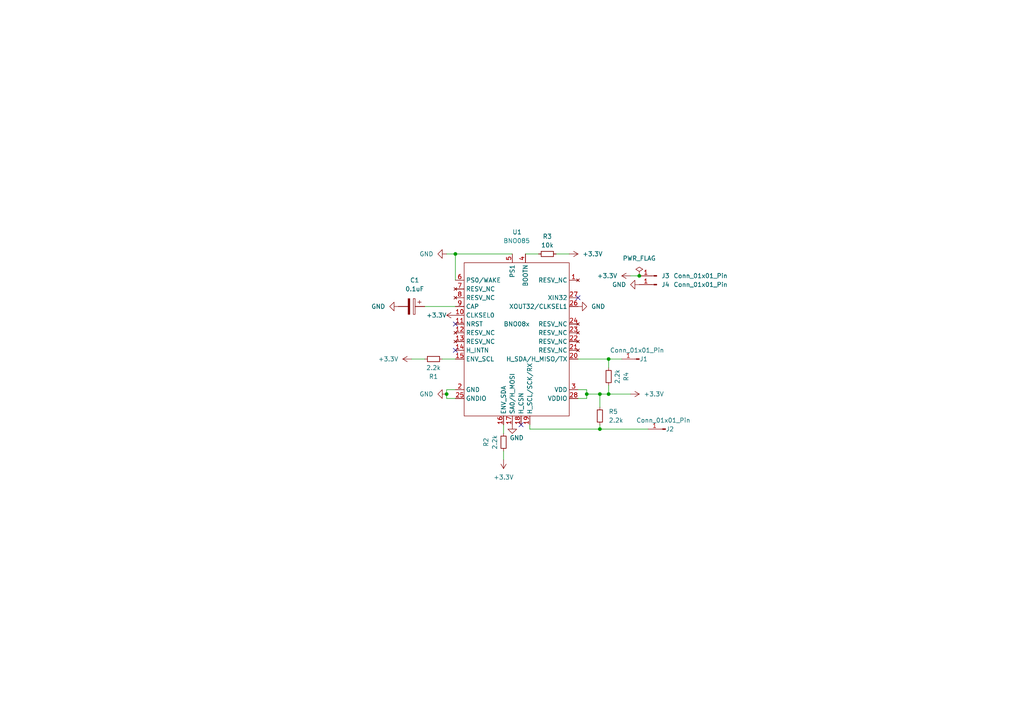
<source format=kicad_sch>
(kicad_sch (version 20230121) (generator eeschema)

  (uuid 65945718-ecdd-4a51-8bb6-fdef4c66336c)

  (paper "A4")

  (lib_symbols
    (symbol "BNO08x:BNO085" (in_bom yes) (on_board yes)
      (property "Reference" "U" (at 0 26.67 0)
        (effects (font (size 1.27 1.27)))
      )
      (property "Value" "" (at 0 0 0)
        (effects (font (size 1.27 1.27)))
      )
      (property "Footprint" "" (at 0 0 0)
        (effects (font (size 1.27 1.27)) hide)
      )
      (property "Datasheet" "" (at 0 0 0)
        (effects (font (size 1.27 1.27)) hide)
      )
      (symbol "BNO085_0_1"
        (rectangle (start -15.24 17.78) (end 15.24 -26.67)
          (stroke (width 0) (type default))
          (fill (type none))
        )
      )
      (symbol "BNO085_1_1"
        (text "BNO085" (at 0 24.13 0)
          (effects (font (size 1.27 1.27) (color 0 115 115 1)))
        )
        (pin no_connect line (at 17.78 12.7 180) (length 2.54)
          (name "RESV_NC" (effects (font (size 1.27 1.27))))
          (number "1" (effects (font (size 1.27 1.27))))
        )
        (pin input line (at -17.78 2.54 0) (length 2.54)
          (name "CLKSEL0" (effects (font (size 1.27 1.27))))
          (number "10" (effects (font (size 1.27 1.27))))
        )
        (pin input line (at -17.78 0 0) (length 2.54)
          (name "NRST" (effects (font (size 1.27 1.27))))
          (number "11" (effects (font (size 1.27 1.27))))
        )
        (pin no_connect line (at -17.78 -2.54 0) (length 2.54)
          (name "RESV_NC" (effects (font (size 1.27 1.27))))
          (number "12" (effects (font (size 1.27 1.27))))
        )
        (pin no_connect line (at -17.78 -5.08 0) (length 2.54)
          (name "RESV_NC" (effects (font (size 1.27 1.27))))
          (number "13" (effects (font (size 1.27 1.27))))
        )
        (pin output line (at -17.78 -7.62 0) (length 2.54)
          (name "H_INTN" (effects (font (size 1.27 1.27))))
          (number "14" (effects (font (size 1.27 1.27))))
        )
        (pin bidirectional line (at -17.78 -10.16 0) (length 2.54)
          (name "ENV_SCL" (effects (font (size 1.27 1.27))))
          (number "15" (effects (font (size 1.27 1.27))))
        )
        (pin bidirectional line (at -3.81 -29.21 90) (length 2.54)
          (name "ENV_SDA" (effects (font (size 1.27 1.27))))
          (number "16" (effects (font (size 1.27 1.27))))
        )
        (pin input line (at -1.27 -29.21 90) (length 2.54)
          (name "SA0/H_MOSI" (effects (font (size 1.27 1.27))))
          (number "17" (effects (font (size 1.27 1.27))))
        )
        (pin input line (at 1.27 -29.21 90) (length 2.54)
          (name "H_CSN" (effects (font (size 1.27 1.27))))
          (number "18" (effects (font (size 1.27 1.27))))
        )
        (pin bidirectional line (at 3.81 -29.21 90) (length 2.54)
          (name "H_SCL/SCK/RX" (effects (font (size 1.27 1.27))))
          (number "19" (effects (font (size 1.27 1.27))))
        )
        (pin input line (at -17.78 -19.05 0) (length 2.54)
          (name "GND" (effects (font (size 1.27 1.27))))
          (number "2" (effects (font (size 1.27 1.27))))
        )
        (pin bidirectional line (at 17.78 -10.16 180) (length 2.54)
          (name "H_SDA/H_MISO/TX" (effects (font (size 1.27 1.27))))
          (number "20" (effects (font (size 1.27 1.27))))
        )
        (pin no_connect line (at 17.78 -7.62 180) (length 2.54)
          (name "RESV_NC" (effects (font (size 1.27 1.27))))
          (number "21" (effects (font (size 1.27 1.27))))
        )
        (pin no_connect line (at 17.78 -5.08 180) (length 2.54)
          (name "RESV_NC" (effects (font (size 1.27 1.27))))
          (number "22" (effects (font (size 1.27 1.27))))
        )
        (pin no_connect line (at 17.78 -2.54 180) (length 2.54)
          (name "RESV_NC" (effects (font (size 1.27 1.27))))
          (number "23" (effects (font (size 1.27 1.27))))
        )
        (pin no_connect line (at 17.78 0 180) (length 2.54)
          (name "RESV_NC" (effects (font (size 1.27 1.27))))
          (number "24" (effects (font (size 1.27 1.27))))
        )
        (pin input line (at -17.78 -21.59 0) (length 2.54)
          (name "GNDIO" (effects (font (size 1.27 1.27))))
          (number "25" (effects (font (size 1.27 1.27))))
        )
        (pin input line (at 17.78 5.08 180) (length 2.54)
          (name "XOUT32/CLKSEL1" (effects (font (size 1.27 1.27))))
          (number "26" (effects (font (size 1.27 1.27))))
        )
        (pin input line (at 17.78 7.62 180) (length 2.54)
          (name "XIN32" (effects (font (size 1.27 1.27))))
          (number "27" (effects (font (size 1.27 1.27))))
        )
        (pin power_in line (at 17.78 -21.59 180) (length 2.54)
          (name "VDDIO" (effects (font (size 1.27 1.27))))
          (number "28" (effects (font (size 1.27 1.27))))
        )
        (pin power_in line (at 17.78 -19.05 180) (length 2.54)
          (name "VDD" (effects (font (size 1.27 1.27))))
          (number "3" (effects (font (size 1.27 1.27))))
        )
        (pin input line (at 2.54 20.32 270) (length 2.54)
          (name "BOOTN" (effects (font (size 1.27 1.27))))
          (number "4" (effects (font (size 1.27 1.27))))
        )
        (pin input line (at -1.27 20.32 270) (length 2.54)
          (name "PS1" (effects (font (size 1.27 1.27))))
          (number "5" (effects (font (size 1.27 1.27))))
        )
        (pin input line (at -17.78 12.7 0) (length 2.54)
          (name "PS0/WAKE" (effects (font (size 1.27 1.27))))
          (number "6" (effects (font (size 1.27 1.27))))
        )
        (pin no_connect line (at -17.78 10.16 0) (length 2.54)
          (name "RESV_NC" (effects (font (size 1.27 1.27))))
          (number "7" (effects (font (size 1.27 1.27))))
        )
        (pin no_connect line (at -17.78 7.62 0) (length 2.54)
          (name "RESV_NC" (effects (font (size 1.27 1.27))))
          (number "8" (effects (font (size 1.27 1.27))))
        )
        (pin input line (at -17.78 5.08 0) (length 2.54)
          (name "CAP" (effects (font (size 1.27 1.27))))
          (number "9" (effects (font (size 1.27 1.27))))
        )
      )
    )
    (symbol "Connector:Conn_01x01_Pin" (pin_names (offset 1.016) hide) (in_bom yes) (on_board yes)
      (property "Reference" "J" (at 0 2.54 0)
        (effects (font (size 1.27 1.27)))
      )
      (property "Value" "Conn_01x01_Pin" (at 0 -2.54 0)
        (effects (font (size 1.27 1.27)))
      )
      (property "Footprint" "" (at 0 0 0)
        (effects (font (size 1.27 1.27)) hide)
      )
      (property "Datasheet" "~" (at 0 0 0)
        (effects (font (size 1.27 1.27)) hide)
      )
      (property "ki_locked" "" (at 0 0 0)
        (effects (font (size 1.27 1.27)))
      )
      (property "ki_keywords" "connector" (at 0 0 0)
        (effects (font (size 1.27 1.27)) hide)
      )
      (property "ki_description" "Generic connector, single row, 01x01, script generated" (at 0 0 0)
        (effects (font (size 1.27 1.27)) hide)
      )
      (property "ki_fp_filters" "Connector*:*_1x??_*" (at 0 0 0)
        (effects (font (size 1.27 1.27)) hide)
      )
      (symbol "Conn_01x01_Pin_1_1"
        (polyline
          (pts
            (xy 1.27 0)
            (xy 0.8636 0)
          )
          (stroke (width 0.1524) (type default))
          (fill (type none))
        )
        (rectangle (start 0.8636 0.127) (end 0 -0.127)
          (stroke (width 0.1524) (type default))
          (fill (type outline))
        )
        (pin passive line (at 5.08 0 180) (length 3.81)
          (name "Pin_1" (effects (font (size 1.27 1.27))))
          (number "1" (effects (font (size 1.27 1.27))))
        )
      )
    )
    (symbol "Device:C_Polarized" (pin_numbers hide) (pin_names (offset 0.254)) (in_bom yes) (on_board yes)
      (property "Reference" "C" (at 0.635 2.54 0)
        (effects (font (size 1.27 1.27)) (justify left))
      )
      (property "Value" "C_Polarized" (at 0.635 -2.54 0)
        (effects (font (size 1.27 1.27)) (justify left))
      )
      (property "Footprint" "" (at 0.9652 -3.81 0)
        (effects (font (size 1.27 1.27)) hide)
      )
      (property "Datasheet" "~" (at 0 0 0)
        (effects (font (size 1.27 1.27)) hide)
      )
      (property "ki_keywords" "cap capacitor" (at 0 0 0)
        (effects (font (size 1.27 1.27)) hide)
      )
      (property "ki_description" "Polarized capacitor" (at 0 0 0)
        (effects (font (size 1.27 1.27)) hide)
      )
      (property "ki_fp_filters" "CP_*" (at 0 0 0)
        (effects (font (size 1.27 1.27)) hide)
      )
      (symbol "C_Polarized_0_1"
        (rectangle (start -2.286 0.508) (end 2.286 1.016)
          (stroke (width 0) (type default))
          (fill (type none))
        )
        (polyline
          (pts
            (xy -1.778 2.286)
            (xy -0.762 2.286)
          )
          (stroke (width 0) (type default))
          (fill (type none))
        )
        (polyline
          (pts
            (xy -1.27 2.794)
            (xy -1.27 1.778)
          )
          (stroke (width 0) (type default))
          (fill (type none))
        )
        (rectangle (start 2.286 -0.508) (end -2.286 -1.016)
          (stroke (width 0) (type default))
          (fill (type outline))
        )
      )
      (symbol "C_Polarized_1_1"
        (pin passive line (at 0 3.81 270) (length 2.794)
          (name "~" (effects (font (size 1.27 1.27))))
          (number "1" (effects (font (size 1.27 1.27))))
        )
        (pin passive line (at 0 -3.81 90) (length 2.794)
          (name "~" (effects (font (size 1.27 1.27))))
          (number "2" (effects (font (size 1.27 1.27))))
        )
      )
    )
    (symbol "Device:R_Small" (pin_numbers hide) (pin_names (offset 0.254) hide) (in_bom yes) (on_board yes)
      (property "Reference" "R" (at 0.762 0.508 0)
        (effects (font (size 1.27 1.27)) (justify left))
      )
      (property "Value" "R_Small" (at 0.762 -1.016 0)
        (effects (font (size 1.27 1.27)) (justify left))
      )
      (property "Footprint" "" (at 0 0 0)
        (effects (font (size 1.27 1.27)) hide)
      )
      (property "Datasheet" "~" (at 0 0 0)
        (effects (font (size 1.27 1.27)) hide)
      )
      (property "ki_keywords" "R resistor" (at 0 0 0)
        (effects (font (size 1.27 1.27)) hide)
      )
      (property "ki_description" "Resistor, small symbol" (at 0 0 0)
        (effects (font (size 1.27 1.27)) hide)
      )
      (property "ki_fp_filters" "R_*" (at 0 0 0)
        (effects (font (size 1.27 1.27)) hide)
      )
      (symbol "R_Small_0_1"
        (rectangle (start -0.762 1.778) (end 0.762 -1.778)
          (stroke (width 0.2032) (type default))
          (fill (type none))
        )
      )
      (symbol "R_Small_1_1"
        (pin passive line (at 0 2.54 270) (length 0.762)
          (name "~" (effects (font (size 1.27 1.27))))
          (number "1" (effects (font (size 1.27 1.27))))
        )
        (pin passive line (at 0 -2.54 90) (length 0.762)
          (name "~" (effects (font (size 1.27 1.27))))
          (number "2" (effects (font (size 1.27 1.27))))
        )
      )
    )
    (symbol "power:+3.3V" (power) (pin_names (offset 0)) (in_bom yes) (on_board yes)
      (property "Reference" "#PWR" (at 0 -3.81 0)
        (effects (font (size 1.27 1.27)) hide)
      )
      (property "Value" "+3.3V" (at 0 3.556 0)
        (effects (font (size 1.27 1.27)))
      )
      (property "Footprint" "" (at 0 0 0)
        (effects (font (size 1.27 1.27)) hide)
      )
      (property "Datasheet" "" (at 0 0 0)
        (effects (font (size 1.27 1.27)) hide)
      )
      (property "ki_keywords" "global power" (at 0 0 0)
        (effects (font (size 1.27 1.27)) hide)
      )
      (property "ki_description" "Power symbol creates a global label with name \"+3.3V\"" (at 0 0 0)
        (effects (font (size 1.27 1.27)) hide)
      )
      (symbol "+3.3V_0_1"
        (polyline
          (pts
            (xy -0.762 1.27)
            (xy 0 2.54)
          )
          (stroke (width 0) (type default))
          (fill (type none))
        )
        (polyline
          (pts
            (xy 0 0)
            (xy 0 2.54)
          )
          (stroke (width 0) (type default))
          (fill (type none))
        )
        (polyline
          (pts
            (xy 0 2.54)
            (xy 0.762 1.27)
          )
          (stroke (width 0) (type default))
          (fill (type none))
        )
      )
      (symbol "+3.3V_1_1"
        (pin power_in line (at 0 0 90) (length 0) hide
          (name "+3.3V" (effects (font (size 1.27 1.27))))
          (number "1" (effects (font (size 1.27 1.27))))
        )
      )
    )
    (symbol "power:GND" (power) (pin_names (offset 0)) (in_bom yes) (on_board yes)
      (property "Reference" "#PWR" (at 0 -6.35 0)
        (effects (font (size 1.27 1.27)) hide)
      )
      (property "Value" "GND" (at 0 -3.81 0)
        (effects (font (size 1.27 1.27)))
      )
      (property "Footprint" "" (at 0 0 0)
        (effects (font (size 1.27 1.27)) hide)
      )
      (property "Datasheet" "" (at 0 0 0)
        (effects (font (size 1.27 1.27)) hide)
      )
      (property "ki_keywords" "global power" (at 0 0 0)
        (effects (font (size 1.27 1.27)) hide)
      )
      (property "ki_description" "Power symbol creates a global label with name \"GND\" , ground" (at 0 0 0)
        (effects (font (size 1.27 1.27)) hide)
      )
      (symbol "GND_0_1"
        (polyline
          (pts
            (xy 0 0)
            (xy 0 -1.27)
            (xy 1.27 -1.27)
            (xy 0 -2.54)
            (xy -1.27 -1.27)
            (xy 0 -1.27)
          )
          (stroke (width 0) (type default))
          (fill (type none))
        )
      )
      (symbol "GND_1_1"
        (pin power_in line (at 0 0 270) (length 0) hide
          (name "GND" (effects (font (size 1.27 1.27))))
          (number "1" (effects (font (size 1.27 1.27))))
        )
      )
    )
    (symbol "power:PWR_FLAG" (power) (pin_numbers hide) (pin_names (offset 0) hide) (in_bom yes) (on_board yes)
      (property "Reference" "#FLG" (at 0 1.905 0)
        (effects (font (size 1.27 1.27)) hide)
      )
      (property "Value" "PWR_FLAG" (at 0 3.81 0)
        (effects (font (size 1.27 1.27)))
      )
      (property "Footprint" "" (at 0 0 0)
        (effects (font (size 1.27 1.27)) hide)
      )
      (property "Datasheet" "~" (at 0 0 0)
        (effects (font (size 1.27 1.27)) hide)
      )
      (property "ki_keywords" "flag power" (at 0 0 0)
        (effects (font (size 1.27 1.27)) hide)
      )
      (property "ki_description" "Special symbol for telling ERC where power comes from" (at 0 0 0)
        (effects (font (size 1.27 1.27)) hide)
      )
      (symbol "PWR_FLAG_0_0"
        (pin power_out line (at 0 0 90) (length 0)
          (name "pwr" (effects (font (size 1.27 1.27))))
          (number "1" (effects (font (size 1.27 1.27))))
        )
      )
      (symbol "PWR_FLAG_0_1"
        (polyline
          (pts
            (xy 0 0)
            (xy 0 1.27)
            (xy -1.016 1.905)
            (xy 0 2.54)
            (xy 1.016 1.905)
            (xy 0 1.27)
          )
          (stroke (width 0) (type default))
          (fill (type none))
        )
      )
    )
  )

  (junction (at 170.18 114.3) (diameter 0) (color 0 0 0 0)
    (uuid 398f67da-ab75-440e-870f-629c1f622cb3)
  )
  (junction (at 185.42 80.01) (diameter 0) (color 0 0 0 0)
    (uuid 70629230-498b-4175-96a3-e990f2e90bae)
  )
  (junction (at 132.08 73.66) (diameter 0) (color 0 0 0 0)
    (uuid 76aa4507-f1f9-404a-904e-63359afc7822)
  )
  (junction (at 173.99 124.46) (diameter 0) (color 0 0 0 0)
    (uuid 7776acac-5819-46eb-a1cb-7c39ef566c31)
  )
  (junction (at 173.99 114.3) (diameter 0) (color 0 0 0 0)
    (uuid 8fa9f592-d261-40ab-a30f-0f3fd3f83075)
  )
  (junction (at 176.53 104.14) (diameter 0) (color 0 0 0 0)
    (uuid 98f156e1-8919-4771-9c18-d6c38df5c33d)
  )
  (junction (at 176.53 114.3) (diameter 0) (color 0 0 0 0)
    (uuid d561c3a4-f38e-4268-a12b-615258ed010d)
  )
  (junction (at 129.54 114.3) (diameter 0) (color 0 0 0 0)
    (uuid f9b95a3c-3bcc-4b6d-81fd-5ce1988ccd42)
  )

  (no_connect (at 132.08 101.6) (uuid 25057aec-69d2-45a5-84af-e1942659287a))
  (no_connect (at 132.08 93.98) (uuid 6ff2c8b6-5333-415d-90b5-0f968664e8c7))
  (no_connect (at 167.64 86.36) (uuid 71cfebca-bcdc-431b-923c-39d1df624cac))
  (no_connect (at 151.13 123.19) (uuid e2ea40cb-ad33-46d4-9ef3-9965210c73c3))

  (wire (pts (xy 167.64 113.03) (xy 170.18 113.03))
    (stroke (width 0) (type default))
    (uuid 0eb51b77-d9b9-4662-a84d-620c3cf74f2b)
  )
  (wire (pts (xy 132.08 115.57) (xy 129.54 115.57))
    (stroke (width 0) (type default))
    (uuid 18c0e954-8428-4ed3-843b-aeb69056db00)
  )
  (wire (pts (xy 146.05 123.19) (xy 146.05 125.73))
    (stroke (width 0) (type default))
    (uuid 2ee9e5b7-7ba2-4ddc-825d-f4e0eafc9898)
  )
  (wire (pts (xy 176.53 104.14) (xy 180.34 104.14))
    (stroke (width 0) (type default))
    (uuid 36da716c-22a5-4428-bfc6-7296e5b45a89)
  )
  (wire (pts (xy 182.88 114.3) (xy 176.53 114.3))
    (stroke (width 0) (type default))
    (uuid 3ee380ce-d3c2-454d-95c4-9a565fddd6f5)
  )
  (wire (pts (xy 132.08 73.66) (xy 148.59 73.66))
    (stroke (width 0) (type default))
    (uuid 4afdc2ad-5188-4eb2-8c41-4ed72336b1b9)
  )
  (wire (pts (xy 173.99 123.19) (xy 173.99 124.46))
    (stroke (width 0) (type default))
    (uuid 4ff9a411-1939-4f78-b77a-526268f38b2f)
  )
  (wire (pts (xy 129.54 115.57) (xy 129.54 114.3))
    (stroke (width 0) (type default))
    (uuid 55368bfe-addb-476b-a7d4-0c55abd7da35)
  )
  (wire (pts (xy 161.29 73.66) (xy 165.1 73.66))
    (stroke (width 0) (type default))
    (uuid 63c03830-6b8a-4b7f-9de9-076bb220f9cc)
  )
  (wire (pts (xy 176.53 111.76) (xy 176.53 114.3))
    (stroke (width 0) (type default))
    (uuid 6970f0db-c1cd-496a-9d9e-303543ee0f87)
  )
  (wire (pts (xy 173.99 114.3) (xy 170.18 114.3))
    (stroke (width 0) (type default))
    (uuid 7402c3ab-f54e-409d-b5d1-28499cdc6c32)
  )
  (wire (pts (xy 119.38 104.14) (xy 123.19 104.14))
    (stroke (width 0) (type default))
    (uuid 75dc5c1f-64e4-4a07-9660-b2f18e77ff51)
  )
  (wire (pts (xy 129.54 73.66) (xy 132.08 73.66))
    (stroke (width 0) (type default))
    (uuid 797a344c-119d-475b-81b2-0dcaf2bc3910)
  )
  (wire (pts (xy 153.67 123.19) (xy 153.67 124.46))
    (stroke (width 0) (type default))
    (uuid 8c3cbaf5-40ec-4871-a354-75d585e8f5e8)
  )
  (wire (pts (xy 170.18 113.03) (xy 170.18 114.3))
    (stroke (width 0) (type default))
    (uuid 9159c68a-3dca-4e49-8592-dde54eaf0fd7)
  )
  (wire (pts (xy 176.53 104.14) (xy 176.53 106.68))
    (stroke (width 0) (type default))
    (uuid 97a16800-4124-4733-956c-85bde2be025c)
  )
  (wire (pts (xy 182.88 80.01) (xy 185.42 80.01))
    (stroke (width 0) (type default))
    (uuid ad8f9f9a-acea-451a-a0cb-371397b604d3)
  )
  (wire (pts (xy 129.54 113.03) (xy 129.54 114.3))
    (stroke (width 0) (type default))
    (uuid af7dfd16-0e19-4b94-8a8b-c4d39d3f339b)
  )
  (wire (pts (xy 123.19 88.9) (xy 132.08 88.9))
    (stroke (width 0) (type default))
    (uuid af864b0f-3b7c-4f97-b283-b9dfb351fd34)
  )
  (wire (pts (xy 167.64 104.14) (xy 176.53 104.14))
    (stroke (width 0) (type default))
    (uuid bba544c5-f2ee-4db0-baeb-5d840f25f833)
  )
  (wire (pts (xy 132.08 113.03) (xy 129.54 113.03))
    (stroke (width 0) (type default))
    (uuid ccb509f6-d7b8-4c65-b5cd-3b2a93b0afa1)
  )
  (wire (pts (xy 170.18 115.57) (xy 170.18 114.3))
    (stroke (width 0) (type default))
    (uuid cdbc5193-9944-44b7-8ea9-6801cd370a78)
  )
  (wire (pts (xy 153.67 124.46) (xy 173.99 124.46))
    (stroke (width 0) (type default))
    (uuid d0377e85-d670-431e-8ef0-793f1e2b6264)
  )
  (wire (pts (xy 128.27 104.14) (xy 132.08 104.14))
    (stroke (width 0) (type default))
    (uuid d1460467-c2a3-4de9-9f5c-71c099737b9b)
  )
  (wire (pts (xy 132.08 73.66) (xy 132.08 81.28))
    (stroke (width 0) (type default))
    (uuid d519d13c-39a1-4e35-992f-5da51320b062)
  )
  (wire (pts (xy 146.05 130.81) (xy 146.05 133.35))
    (stroke (width 0) (type default))
    (uuid e2072b4e-8577-4aa5-87f5-b02aa16e72a3)
  )
  (wire (pts (xy 173.99 114.3) (xy 173.99 118.11))
    (stroke (width 0) (type default))
    (uuid e819f83c-c217-4009-99e3-4a754e40d792)
  )
  (wire (pts (xy 173.99 124.46) (xy 187.96 124.46))
    (stroke (width 0) (type default))
    (uuid eb6c04f1-a017-4395-adf5-12408164c8cb)
  )
  (wire (pts (xy 176.53 114.3) (xy 173.99 114.3))
    (stroke (width 0) (type default))
    (uuid f020a3ab-90d5-4647-a0e0-d28f1d06bb83)
  )
  (wire (pts (xy 167.64 115.57) (xy 170.18 115.57))
    (stroke (width 0) (type default))
    (uuid f23b47ef-6793-4ba9-8d98-09740cbb9c64)
  )
  (wire (pts (xy 152.4 73.66) (xy 156.21 73.66))
    (stroke (width 0) (type default))
    (uuid f78126ed-9f9c-4e7a-a461-b349089d2fed)
  )

  (symbol (lib_id "Device:C_Polarized") (at 119.38 88.9 270) (unit 1)
    (in_bom yes) (on_board yes) (dnp no) (fields_autoplaced)
    (uuid 137723c8-a4e2-4fa1-a734-1993453db8de)
    (property "Reference" "C1" (at 120.269 81.28 90)
      (effects (font (size 1.27 1.27)))
    )
    (property "Value" "0.1uF" (at 120.269 83.82 90)
      (effects (font (size 1.27 1.27)))
    )
    (property "Footprint" "Capacitor_SMD:C_0402_1005Metric" (at 115.57 89.8652 0)
      (effects (font (size 1.27 1.27)) hide)
    )
    (property "Datasheet" "~" (at 119.38 88.9 0)
      (effects (font (size 1.27 1.27)) hide)
    )
    (pin "1" (uuid 86e50b03-59bc-43c1-9beb-7d7816912422))
    (pin "2" (uuid 637d5b7e-f1a2-4179-a53b-b07e168e8ced))
    (instances
      (project "bno085-i2c-board-v3-large"
        (path "/65945718-ecdd-4a51-8bb6-fdef4c66336c"
          (reference "C1") (unit 1)
        )
      )
      (project "bno085-i2c-board-v3"
        (path "/91467fd9-c59b-4cd8-a593-aab0738bbb6c"
          (reference "C1") (unit 1)
        )
      )
      (project "bno085-i2c-board-v2"
        (path "/9217d116-cf40-485a-abd0-8ce710fa4b1d"
          (reference "C1") (unit 1)
        )
      )
      (project "bno085-i2c-board"
        (path "/a6bdf641-e64e-4bd0-89ab-89241b3a6e60"
          (reference "C1") (unit 1)
        )
      )
    )
  )

  (symbol (lib_id "power:PWR_FLAG") (at 185.42 80.01 0) (unit 1)
    (in_bom yes) (on_board yes) (dnp no) (fields_autoplaced)
    (uuid 14631c68-e945-4193-b457-3a05b847f142)
    (property "Reference" "#FLG01" (at 185.42 78.105 0)
      (effects (font (size 1.27 1.27)) hide)
    )
    (property "Value" "PWR_FLAG" (at 185.42 74.93 0)
      (effects (font (size 1.27 1.27)))
    )
    (property "Footprint" "" (at 185.42 80.01 0)
      (effects (font (size 1.27 1.27)) hide)
    )
    (property "Datasheet" "~" (at 185.42 80.01 0)
      (effects (font (size 1.27 1.27)) hide)
    )
    (pin "1" (uuid 41e54507-e2f8-478a-9895-0081b8394f1e))
    (instances
      (project "bno085-i2c-board-v3-large"
        (path "/65945718-ecdd-4a51-8bb6-fdef4c66336c"
          (reference "#FLG01") (unit 1)
        )
      )
      (project "bno085-i2c-board-v3"
        (path "/91467fd9-c59b-4cd8-a593-aab0738bbb6c"
          (reference "#FLG01") (unit 1)
        )
      )
      (project "bno085-i2c-board-v2"
        (path "/9217d116-cf40-485a-abd0-8ce710fa4b1d"
          (reference "#FLG01") (unit 1)
        )
      )
      (project "bno085-i2c-board"
        (path "/a6bdf641-e64e-4bd0-89ab-89241b3a6e60"
          (reference "#FLG01") (unit 1)
        )
      )
    )
  )

  (symbol (lib_id "Connector:Conn_01x01_Pin") (at 185.42 104.14 180) (unit 1)
    (in_bom yes) (on_board yes) (dnp no)
    (uuid 19850a02-9e92-452c-bb73-a97d4900bb77)
    (property "Reference" "J1" (at 186.69 104.14 0)
      (effects (font (size 1.27 1.27)))
    )
    (property "Value" "Conn_01x01_Pin" (at 184.785 101.6 0)
      (effects (font (size 1.27 1.27)))
    )
    (property "Footprint" "Connector_PinHeader_1.00mm:PinHeader_1x01_P1.00mm_Vertical" (at 185.42 104.14 0)
      (effects (font (size 1.27 1.27)) hide)
    )
    (property "Datasheet" "~" (at 185.42 104.14 0)
      (effects (font (size 1.27 1.27)) hide)
    )
    (pin "1" (uuid a3216da6-85d4-4433-b4cc-5ae2031156d0))
    (instances
      (project "bno085-i2c-board-v3-large"
        (path "/65945718-ecdd-4a51-8bb6-fdef4c66336c"
          (reference "J1") (unit 1)
        )
      )
      (project "bno085-i2c-board-v3"
        (path "/91467fd9-c59b-4cd8-a593-aab0738bbb6c"
          (reference "J1") (unit 1)
        )
      )
      (project "bno085-i2c-board-v2"
        (path "/9217d116-cf40-485a-abd0-8ce710fa4b1d"
          (reference "J3") (unit 1)
        )
      )
    )
  )

  (symbol (lib_id "power:GND") (at 129.54 114.3 270) (unit 1)
    (in_bom yes) (on_board yes) (dnp no) (fields_autoplaced)
    (uuid 1beeb15a-f1b5-4d55-9763-dbc2badaba62)
    (property "Reference" "#PWR04" (at 123.19 114.3 0)
      (effects (font (size 1.27 1.27)) hide)
    )
    (property "Value" "GND" (at 125.73 114.3 90)
      (effects (font (size 1.27 1.27)) (justify right))
    )
    (property "Footprint" "" (at 129.54 114.3 0)
      (effects (font (size 1.27 1.27)) hide)
    )
    (property "Datasheet" "" (at 129.54 114.3 0)
      (effects (font (size 1.27 1.27)) hide)
    )
    (pin "1" (uuid 03c66d76-54d6-4500-a62d-aaf1b99ea217))
    (instances
      (project "bno085-i2c-board-v3-large"
        (path "/65945718-ecdd-4a51-8bb6-fdef4c66336c"
          (reference "#PWR04") (unit 1)
        )
      )
      (project "bno085-i2c-board-v3"
        (path "/91467fd9-c59b-4cd8-a593-aab0738bbb6c"
          (reference "#PWR04") (unit 1)
        )
      )
      (project "bno085-i2c-board-v2"
        (path "/9217d116-cf40-485a-abd0-8ce710fa4b1d"
          (reference "#PWR02") (unit 1)
        )
      )
      (project "bno085-i2c-board"
        (path "/a6bdf641-e64e-4bd0-89ab-89241b3a6e60"
          (reference "#PWR02") (unit 1)
        )
      )
    )
  )

  (symbol (lib_id "Device:R_Small") (at 158.75 73.66 90) (unit 1)
    (in_bom yes) (on_board yes) (dnp no)
    (uuid 23298d3b-f1ab-49b1-9aff-20a34443cbea)
    (property "Reference" "R3" (at 158.75 68.58 90)
      (effects (font (size 1.27 1.27)))
    )
    (property "Value" "10k" (at 158.75 71.12 90)
      (effects (font (size 1.27 1.27)))
    )
    (property "Footprint" "Resistor_SMD:R_0402_1005Metric" (at 158.75 73.66 0)
      (effects (font (size 1.27 1.27)) hide)
    )
    (property "Datasheet" "~" (at 158.75 73.66 0)
      (effects (font (size 1.27 1.27)) hide)
    )
    (pin "1" (uuid 57603893-c4d8-4903-a48c-684d705e25d4))
    (pin "2" (uuid 349af739-91e5-4a29-9b72-4d818b28a5ba))
    (instances
      (project "bno085-i2c-board-v3-large"
        (path "/65945718-ecdd-4a51-8bb6-fdef4c66336c"
          (reference "R3") (unit 1)
        )
      )
      (project "bno085-i2c-board-v3"
        (path "/91467fd9-c59b-4cd8-a593-aab0738bbb6c"
          (reference "R3") (unit 1)
        )
      )
      (project "bno085-i2c-board-v2"
        (path "/9217d116-cf40-485a-abd0-8ce710fa4b1d"
          (reference "R1") (unit 1)
        )
      )
      (project "bno085-i2c-board"
        (path "/a6bdf641-e64e-4bd0-89ab-89241b3a6e60"
          (reference "R1") (unit 1)
        )
      )
    )
  )

  (symbol (lib_id "Device:R_Small") (at 125.73 104.14 90) (unit 1)
    (in_bom yes) (on_board yes) (dnp no)
    (uuid 2b64b7ad-a148-4c4e-8091-6385be1263a4)
    (property "Reference" "R1" (at 125.73 109.22 90)
      (effects (font (size 1.27 1.27)))
    )
    (property "Value" "2.2k" (at 125.73 106.68 90)
      (effects (font (size 1.27 1.27)))
    )
    (property "Footprint" "Resistor_SMD:R_0402_1005Metric" (at 125.73 104.14 0)
      (effects (font (size 1.27 1.27)) hide)
    )
    (property "Datasheet" "~" (at 125.73 104.14 0)
      (effects (font (size 1.27 1.27)) hide)
    )
    (pin "1" (uuid a0514ed1-63cd-484d-addf-c26e8773fd00))
    (pin "2" (uuid ae110744-8b71-45f7-af63-874d3895adac))
    (instances
      (project "bno085-i2c-board-v3-large"
        (path "/65945718-ecdd-4a51-8bb6-fdef4c66336c"
          (reference "R1") (unit 1)
        )
      )
      (project "bno085-i2c-board-v3"
        (path "/91467fd9-c59b-4cd8-a593-aab0738bbb6c"
          (reference "R1") (unit 1)
        )
      )
      (project "bno085-i2c-board-v2"
        (path "/9217d116-cf40-485a-abd0-8ce710fa4b1d"
          (reference "R2") (unit 1)
        )
      )
      (project "bno085-i2c-board"
        (path "/a6bdf641-e64e-4bd0-89ab-89241b3a6e60"
          (reference "R2") (unit 1)
        )
      )
    )
  )

  (symbol (lib_id "power:GND") (at 148.59 123.19 0) (unit 1)
    (in_bom yes) (on_board yes) (dnp no)
    (uuid 2ec6534d-637e-4ef6-ad46-d3055ea48b03)
    (property "Reference" "#PWR07" (at 148.59 129.54 0)
      (effects (font (size 1.27 1.27)) hide)
    )
    (property "Value" "GND" (at 149.86 127 0)
      (effects (font (size 1.27 1.27)))
    )
    (property "Footprint" "" (at 148.59 123.19 0)
      (effects (font (size 1.27 1.27)) hide)
    )
    (property "Datasheet" "" (at 148.59 123.19 0)
      (effects (font (size 1.27 1.27)) hide)
    )
    (pin "1" (uuid 26b18835-d422-4ce3-9135-fa5dedbb29e5))
    (instances
      (project "bno085-i2c-board-v3-large"
        (path "/65945718-ecdd-4a51-8bb6-fdef4c66336c"
          (reference "#PWR07") (unit 1)
        )
      )
      (project "bno085-i2c-board-v3"
        (path "/91467fd9-c59b-4cd8-a593-aab0738bbb6c"
          (reference "#PWR07") (unit 1)
        )
      )
      (project "bno085-i2c-board-v2"
        (path "/9217d116-cf40-485a-abd0-8ce710fa4b1d"
          (reference "#PWR011") (unit 1)
        )
      )
      (project "bno085-i2c-board"
        (path "/a6bdf641-e64e-4bd0-89ab-89241b3a6e60"
          (reference "#PWR011") (unit 1)
        )
      )
    )
  )

  (symbol (lib_id "Connector:Conn_01x01_Pin") (at 193.04 124.46 180) (unit 1)
    (in_bom yes) (on_board yes) (dnp no)
    (uuid 3f80c964-41df-48f3-840b-6ef7f712d5c5)
    (property "Reference" "J2" (at 194.31 124.46 0)
      (effects (font (size 1.27 1.27)))
    )
    (property "Value" "Conn_01x01_Pin" (at 192.405 121.92 0)
      (effects (font (size 1.27 1.27)))
    )
    (property "Footprint" "Connector_PinHeader_1.00mm:PinHeader_1x01_P1.00mm_Vertical" (at 193.04 124.46 0)
      (effects (font (size 1.27 1.27)) hide)
    )
    (property "Datasheet" "~" (at 193.04 124.46 0)
      (effects (font (size 1.27 1.27)) hide)
    )
    (pin "1" (uuid d6d6e6b3-9ece-47da-a08b-fa2e662896f1))
    (instances
      (project "bno085-i2c-board-v3-large"
        (path "/65945718-ecdd-4a51-8bb6-fdef4c66336c"
          (reference "J2") (unit 1)
        )
      )
      (project "bno085-i2c-board-v3"
        (path "/91467fd9-c59b-4cd8-a593-aab0738bbb6c"
          (reference "J2") (unit 1)
        )
      )
      (project "bno085-i2c-board-v2"
        (path "/9217d116-cf40-485a-abd0-8ce710fa4b1d"
          (reference "J4") (unit 1)
        )
      )
    )
  )

  (symbol (lib_id "power:+3.3V") (at 146.05 133.35 180) (unit 1)
    (in_bom yes) (on_board yes) (dnp no) (fields_autoplaced)
    (uuid 4d45f40f-4fab-4a3d-910f-b57af29b0546)
    (property "Reference" "#PWR06" (at 146.05 129.54 0)
      (effects (font (size 1.27 1.27)) hide)
    )
    (property "Value" "+3.3V" (at 146.05 138.43 0)
      (effects (font (size 1.27 1.27)))
    )
    (property "Footprint" "" (at 146.05 133.35 0)
      (effects (font (size 1.27 1.27)) hide)
    )
    (property "Datasheet" "" (at 146.05 133.35 0)
      (effects (font (size 1.27 1.27)) hide)
    )
    (pin "1" (uuid 524832c9-9c83-48d5-b8aa-6f31f6e38b49))
    (instances
      (project "bno085-i2c-board-v3-large"
        (path "/65945718-ecdd-4a51-8bb6-fdef4c66336c"
          (reference "#PWR06") (unit 1)
        )
      )
      (project "bno085-i2c-board-v3"
        (path "/91467fd9-c59b-4cd8-a593-aab0738bbb6c"
          (reference "#PWR06") (unit 1)
        )
      )
      (project "bno085-i2c-board-v2"
        (path "/9217d116-cf40-485a-abd0-8ce710fa4b1d"
          (reference "#PWR09") (unit 1)
        )
      )
      (project "bno085-i2c-board"
        (path "/a6bdf641-e64e-4bd0-89ab-89241b3a6e60"
          (reference "#PWR09") (unit 1)
        )
      )
    )
  )

  (symbol (lib_id "power:GND") (at 185.42 82.55 270) (unit 1)
    (in_bom yes) (on_board yes) (dnp no) (fields_autoplaced)
    (uuid 4d92b057-ec3c-4d03-bcee-3f09dc4a9096)
    (property "Reference" "#PWR012" (at 179.07 82.55 0)
      (effects (font (size 1.27 1.27)) hide)
    )
    (property "Value" "GND" (at 181.61 82.55 90)
      (effects (font (size 1.27 1.27)) (justify right))
    )
    (property "Footprint" "" (at 185.42 82.55 0)
      (effects (font (size 1.27 1.27)) hide)
    )
    (property "Datasheet" "" (at 185.42 82.55 0)
      (effects (font (size 1.27 1.27)) hide)
    )
    (pin "1" (uuid 6fea1967-8228-4905-97ff-49a87c84b49f))
    (instances
      (project "bno085-i2c-board-v3-large"
        (path "/65945718-ecdd-4a51-8bb6-fdef4c66336c"
          (reference "#PWR012") (unit 1)
        )
      )
      (project "bno085-i2c-board-v3"
        (path "/91467fd9-c59b-4cd8-a593-aab0738bbb6c"
          (reference "#PWR012") (unit 1)
        )
      )
      (project "bno085-i2c-board-v2"
        (path "/9217d116-cf40-485a-abd0-8ce710fa4b1d"
          (reference "#PWR010") (unit 1)
        )
      )
      (project "bno085-i2c-board"
        (path "/a6bdf641-e64e-4bd0-89ab-89241b3a6e60"
          (reference "#PWR010") (unit 1)
        )
      )
    )
  )

  (symbol (lib_id "Device:R_Small") (at 173.99 120.65 0) (unit 1)
    (in_bom yes) (on_board yes) (dnp no) (fields_autoplaced)
    (uuid 55df6b2a-328a-498d-8047-30a72dc4fb87)
    (property "Reference" "R5" (at 176.53 119.38 0)
      (effects (font (size 1.27 1.27)) (justify left))
    )
    (property "Value" "2.2k" (at 176.53 121.92 0)
      (effects (font (size 1.27 1.27)) (justify left))
    )
    (property "Footprint" "Resistor_SMD:R_0402_1005Metric" (at 173.99 120.65 0)
      (effects (font (size 1.27 1.27)) hide)
    )
    (property "Datasheet" "~" (at 173.99 120.65 0)
      (effects (font (size 1.27 1.27)) hide)
    )
    (pin "1" (uuid 4e5b1c00-7845-4c09-8448-3f05efc18efe))
    (pin "2" (uuid d855e041-990e-4bd9-a0fd-c1cd779d31b9))
    (instances
      (project "bno085-i2c-board-v3-large"
        (path "/65945718-ecdd-4a51-8bb6-fdef4c66336c"
          (reference "R5") (unit 1)
        )
      )
      (project "bno085-i2c-board-v3"
        (path "/91467fd9-c59b-4cd8-a593-aab0738bbb6c"
          (reference "R5") (unit 1)
        )
      )
      (project "bno085-i2c-board-v2"
        (path "/9217d116-cf40-485a-abd0-8ce710fa4b1d"
          (reference "R4") (unit 1)
        )
      )
      (project "bno085-i2c-board"
        (path "/a6bdf641-e64e-4bd0-89ab-89241b3a6e60"
          (reference "R4") (unit 1)
        )
      )
    )
  )

  (symbol (lib_id "BNO08x:BNO085") (at 149.86 93.98 0) (unit 1)
    (in_bom yes) (on_board yes) (dnp no)
    (uuid 6612e54f-9539-4513-8578-11f19ec9e344)
    (property "Reference" "U1" (at 148.59 67.31 0)
      (effects (font (size 1.27 1.27)) (justify left))
    )
    (property "Value" "BNO08x" (at 149.86 93.98 0)
      (effects (font (size 1.27 1.27)))
    )
    (property "Footprint" "Package_LGA:LGA-28_5.2x3.8mm_P0.5mm" (at 149.86 93.98 0)
      (effects (font (size 1.27 1.27)) hide)
    )
    (property "Datasheet" "" (at 149.86 93.98 0)
      (effects (font (size 1.27 1.27)) hide)
    )
    (pin "1" (uuid 4c0abe90-1803-4862-8c5d-4a0272f0f7e7))
    (pin "10" (uuid b89973c6-3870-4c2c-a3e5-04313235093b))
    (pin "11" (uuid 362bdb9a-38e1-471c-89e5-eb673c75c137))
    (pin "12" (uuid 56e40a45-5290-4cc7-8895-a071571d9448))
    (pin "13" (uuid 8209bd31-0bca-44b9-bb1d-c04952915723))
    (pin "14" (uuid 69c14b5f-9540-4f33-b863-59ba77caaa23))
    (pin "15" (uuid 6f00d1cc-d7cd-4933-b38b-e466d5387a88))
    (pin "16" (uuid 44679a47-ba2c-4ead-95b1-48939898a9a1))
    (pin "17" (uuid e14a9508-73bf-4090-b21a-a2d6f67df997))
    (pin "18" (uuid 8683939f-5f00-4a25-8a0b-314a700aedd3))
    (pin "19" (uuid c48d15a7-9735-407c-a769-661c11095923))
    (pin "2" (uuid d966259b-0e23-4d6d-82b3-9a7af3e7a378))
    (pin "20" (uuid a746708d-8e6a-4351-bd4d-2dc6a5682d5f))
    (pin "21" (uuid 98d4ae3d-6166-4fb1-a760-23d15b89c948))
    (pin "22" (uuid 3c2dacde-df6b-4a97-9d32-2d19db19b1d7))
    (pin "23" (uuid b53a53f1-0cdc-45c5-b0d2-1f98ca45ddc2))
    (pin "24" (uuid 8740edcd-cdca-46f7-8292-83bfce8f46cc))
    (pin "25" (uuid e5ae468b-25ea-4216-b96f-0822880a6816))
    (pin "26" (uuid a0d26402-3dc7-42b6-8c14-c6d61c240aad))
    (pin "27" (uuid 84df8433-88e9-40ad-8f3f-97574c07fd87))
    (pin "28" (uuid 8e173375-4786-468c-b59a-f4c7eb6ec4a4))
    (pin "3" (uuid b96aec0a-efd5-4466-bb17-ee3c95a1b0ae))
    (pin "4" (uuid 2457fbc5-8844-4940-8724-f7e51e3cb5ef))
    (pin "5" (uuid 6c9249a5-e7aa-471f-b566-d418beef540c))
    (pin "6" (uuid f771105a-0c10-48a1-b5e8-8c94693c2a74))
    (pin "7" (uuid b1bfedb7-2bf4-4cc0-8c5b-1392dd230022))
    (pin "8" (uuid d6726680-994d-4368-86ee-4c6580534288))
    (pin "9" (uuid 1c977161-d75b-4984-8437-b1cc490db717))
    (instances
      (project "bno085-i2c-board-v3-large"
        (path "/65945718-ecdd-4a51-8bb6-fdef4c66336c"
          (reference "U1") (unit 1)
        )
      )
      (project "bno085-i2c-board-v3"
        (path "/91467fd9-c59b-4cd8-a593-aab0738bbb6c"
          (reference "U1") (unit 1)
        )
      )
      (project "bno085-i2c-board-v2"
        (path "/9217d116-cf40-485a-abd0-8ce710fa4b1d"
          (reference "U1") (unit 1)
        )
      )
      (project "bno085-i2c-board"
        (path "/a6bdf641-e64e-4bd0-89ab-89241b3a6e60"
          (reference "U1") (unit 1)
        )
      )
    )
  )

  (symbol (lib_id "power:GND") (at 167.64 88.9 90) (unit 1)
    (in_bom yes) (on_board yes) (dnp no) (fields_autoplaced)
    (uuid 84681863-33c7-48dd-945f-991de8c97b34)
    (property "Reference" "#PWR09" (at 173.99 88.9 0)
      (effects (font (size 1.27 1.27)) hide)
    )
    (property "Value" "GND" (at 171.45 88.9 90)
      (effects (font (size 1.27 1.27)) (justify right))
    )
    (property "Footprint" "" (at 167.64 88.9 0)
      (effects (font (size 1.27 1.27)) hide)
    )
    (property "Datasheet" "" (at 167.64 88.9 0)
      (effects (font (size 1.27 1.27)) hide)
    )
    (pin "1" (uuid 9c13ce78-881b-45cf-bf7a-8fbb355c2582))
    (instances
      (project "bno085-i2c-board-v3-large"
        (path "/65945718-ecdd-4a51-8bb6-fdef4c66336c"
          (reference "#PWR09") (unit 1)
        )
      )
      (project "bno085-i2c-board-v3"
        (path "/91467fd9-c59b-4cd8-a593-aab0738bbb6c"
          (reference "#PWR09") (unit 1)
        )
      )
      (project "bno085-i2c-board-v2"
        (path "/9217d116-cf40-485a-abd0-8ce710fa4b1d"
          (reference "#PWR04") (unit 1)
        )
      )
      (project "bno085-i2c-board"
        (path "/a6bdf641-e64e-4bd0-89ab-89241b3a6e60"
          (reference "#PWR04") (unit 1)
        )
      )
    )
  )

  (symbol (lib_id "Device:R_Small") (at 176.53 109.22 0) (unit 1)
    (in_bom yes) (on_board yes) (dnp no)
    (uuid 89a45a7b-4157-4e07-8527-f9d03b5e13f0)
    (property "Reference" "R4" (at 181.61 109.22 90)
      (effects (font (size 1.27 1.27)))
    )
    (property "Value" "2.2k" (at 179.07 109.22 90)
      (effects (font (size 1.27 1.27)))
    )
    (property "Footprint" "Resistor_SMD:R_0402_1005Metric" (at 176.53 109.22 0)
      (effects (font (size 1.27 1.27)) hide)
    )
    (property "Datasheet" "~" (at 176.53 109.22 0)
      (effects (font (size 1.27 1.27)) hide)
    )
    (pin "1" (uuid d8620f8d-6e2d-439f-b9eb-bbeb8613efd3))
    (pin "2" (uuid 454d8d96-4efb-45d7-aade-db5bbb06a16c))
    (instances
      (project "bno085-i2c-board-v3-large"
        (path "/65945718-ecdd-4a51-8bb6-fdef4c66336c"
          (reference "R4") (unit 1)
        )
      )
      (project "bno085-i2c-board-v3"
        (path "/91467fd9-c59b-4cd8-a593-aab0738bbb6c"
          (reference "R4") (unit 1)
        )
      )
      (project "bno085-i2c-board-v2"
        (path "/9217d116-cf40-485a-abd0-8ce710fa4b1d"
          (reference "R5") (unit 1)
        )
      )
      (project "bno085-i2c-board"
        (path "/a6bdf641-e64e-4bd0-89ab-89241b3a6e60"
          (reference "R5") (unit 1)
        )
      )
    )
  )

  (symbol (lib_id "power:+3.3V") (at 119.38 104.14 90) (unit 1)
    (in_bom yes) (on_board yes) (dnp no) (fields_autoplaced)
    (uuid 8a90a644-409f-4c9f-bac7-ef3d9925f861)
    (property "Reference" "#PWR02" (at 123.19 104.14 0)
      (effects (font (size 1.27 1.27)) hide)
    )
    (property "Value" "+3.3V" (at 115.57 104.14 90)
      (effects (font (size 1.27 1.27)) (justify left))
    )
    (property "Footprint" "" (at 119.38 104.14 0)
      (effects (font (size 1.27 1.27)) hide)
    )
    (property "Datasheet" "" (at 119.38 104.14 0)
      (effects (font (size 1.27 1.27)) hide)
    )
    (pin "1" (uuid 63e61190-0568-4840-be14-35644ad73d54))
    (instances
      (project "bno085-i2c-board-v3-large"
        (path "/65945718-ecdd-4a51-8bb6-fdef4c66336c"
          (reference "#PWR02") (unit 1)
        )
      )
      (project "bno085-i2c-board-v3"
        (path "/91467fd9-c59b-4cd8-a593-aab0738bbb6c"
          (reference "#PWR02") (unit 1)
        )
      )
      (project "bno085-i2c-board-v2"
        (path "/9217d116-cf40-485a-abd0-8ce710fa4b1d"
          (reference "#PWR08") (unit 1)
        )
      )
      (project "bno085-i2c-board"
        (path "/a6bdf641-e64e-4bd0-89ab-89241b3a6e60"
          (reference "#PWR08") (unit 1)
        )
      )
    )
  )

  (symbol (lib_id "Connector:Conn_01x01_Pin") (at 190.5 82.55 180) (unit 1)
    (in_bom yes) (on_board yes) (dnp no)
    (uuid 9172fbe1-ad08-4cb6-a763-b452f7cfdd7b)
    (property "Reference" "J4" (at 193.04 82.55 0)
      (effects (font (size 1.27 1.27)))
    )
    (property "Value" "Conn_01x01_Pin" (at 203.2 82.55 0)
      (effects (font (size 1.27 1.27)))
    )
    (property "Footprint" "Connector_PinHeader_1.00mm:PinHeader_1x01_P1.00mm_Vertical" (at 190.5 82.55 0)
      (effects (font (size 1.27 1.27)) hide)
    )
    (property "Datasheet" "~" (at 190.5 82.55 0)
      (effects (font (size 1.27 1.27)) hide)
    )
    (pin "1" (uuid 4540ac5e-1b83-40ac-9497-55a13d4d5f4e))
    (instances
      (project "bno085-i2c-board-v3-large"
        (path "/65945718-ecdd-4a51-8bb6-fdef4c66336c"
          (reference "J4") (unit 1)
        )
      )
      (project "bno085-i2c-board-v3"
        (path "/91467fd9-c59b-4cd8-a593-aab0738bbb6c"
          (reference "J4") (unit 1)
        )
      )
      (project "bno085-i2c-board-v2"
        (path "/9217d116-cf40-485a-abd0-8ce710fa4b1d"
          (reference "J5") (unit 1)
        )
      )
    )
  )

  (symbol (lib_id "power:+3.3V") (at 165.1 73.66 270) (unit 1)
    (in_bom yes) (on_board yes) (dnp no) (fields_autoplaced)
    (uuid 940283e0-652d-44b8-8834-8c63f8d74368)
    (property "Reference" "#PWR08" (at 161.29 73.66 0)
      (effects (font (size 1.27 1.27)) hide)
    )
    (property "Value" "+3.3V" (at 168.91 73.66 90)
      (effects (font (size 1.27 1.27)) (justify left))
    )
    (property "Footprint" "" (at 165.1 73.66 0)
      (effects (font (size 1.27 1.27)) hide)
    )
    (property "Datasheet" "" (at 165.1 73.66 0)
      (effects (font (size 1.27 1.27)) hide)
    )
    (pin "1" (uuid 5de14b68-dd72-41a6-aec4-9b32e008d531))
    (instances
      (project "bno085-i2c-board-v3-large"
        (path "/65945718-ecdd-4a51-8bb6-fdef4c66336c"
          (reference "#PWR08") (unit 1)
        )
      )
      (project "bno085-i2c-board-v3"
        (path "/91467fd9-c59b-4cd8-a593-aab0738bbb6c"
          (reference "#PWR08") (unit 1)
        )
      )
      (project "bno085-i2c-board-v2"
        (path "/9217d116-cf40-485a-abd0-8ce710fa4b1d"
          (reference "#PWR07") (unit 1)
        )
      )
      (project "bno085-i2c-board"
        (path "/a6bdf641-e64e-4bd0-89ab-89241b3a6e60"
          (reference "#PWR07") (unit 1)
        )
      )
    )
  )

  (symbol (lib_id "power:+3.3V") (at 182.88 114.3 270) (unit 1)
    (in_bom yes) (on_board yes) (dnp no)
    (uuid 9809e047-1804-4b7c-8cea-26b1bfcd3af8)
    (property "Reference" "#PWR010" (at 179.07 114.3 0)
      (effects (font (size 1.27 1.27)) hide)
    )
    (property "Value" "+3.3V" (at 186.69 114.3 90)
      (effects (font (size 1.27 1.27)) (justify left))
    )
    (property "Footprint" "" (at 182.88 114.3 0)
      (effects (font (size 1.27 1.27)) hide)
    )
    (property "Datasheet" "" (at 182.88 114.3 0)
      (effects (font (size 1.27 1.27)) hide)
    )
    (pin "1" (uuid 869d4b61-c664-4e0c-a8a6-aadaf37e7dff))
    (instances
      (project "bno085-i2c-board-v3-large"
        (path "/65945718-ecdd-4a51-8bb6-fdef4c66336c"
          (reference "#PWR010") (unit 1)
        )
      )
      (project "bno085-i2c-board-v3"
        (path "/91467fd9-c59b-4cd8-a593-aab0738bbb6c"
          (reference "#PWR010") (unit 1)
        )
      )
      (project "bno085-i2c-board-v2"
        (path "/9217d116-cf40-485a-abd0-8ce710fa4b1d"
          (reference "#PWR01") (unit 1)
        )
      )
      (project "bno085-i2c-board"
        (path "/a6bdf641-e64e-4bd0-89ab-89241b3a6e60"
          (reference "#PWR01") (unit 1)
        )
      )
    )
  )

  (symbol (lib_id "power:+3.3V") (at 132.08 91.44 90) (unit 1)
    (in_bom yes) (on_board yes) (dnp no)
    (uuid af7c9486-844c-4d37-ab23-30db1869dfc0)
    (property "Reference" "#PWR05" (at 135.89 91.44 0)
      (effects (font (size 1.27 1.27)) hide)
    )
    (property "Value" "+3.3V" (at 129.54 91.44 90)
      (effects (font (size 1.27 1.27)) (justify left))
    )
    (property "Footprint" "" (at 132.08 91.44 0)
      (effects (font (size 1.27 1.27)) hide)
    )
    (property "Datasheet" "" (at 132.08 91.44 0)
      (effects (font (size 1.27 1.27)) hide)
    )
    (pin "1" (uuid 36e7b615-ba44-45a9-ad00-9284eb22b375))
    (instances
      (project "bno085-i2c-board-v3-large"
        (path "/65945718-ecdd-4a51-8bb6-fdef4c66336c"
          (reference "#PWR05") (unit 1)
        )
      )
      (project "bno085-i2c-board-v3"
        (path "/91467fd9-c59b-4cd8-a593-aab0738bbb6c"
          (reference "#PWR05") (unit 1)
        )
      )
      (project "bno085-i2c-board-v2"
        (path "/9217d116-cf40-485a-abd0-8ce710fa4b1d"
          (reference "#PWR03") (unit 1)
        )
      )
      (project "bno085-i2c-board"
        (path "/a6bdf641-e64e-4bd0-89ab-89241b3a6e60"
          (reference "#PWR03") (unit 1)
        )
      )
    )
  )

  (symbol (lib_id "power:+3.3V") (at 182.88 80.01 90) (unit 1)
    (in_bom yes) (on_board yes) (dnp no) (fields_autoplaced)
    (uuid bceee663-e915-4c11-8f54-49cb00d19645)
    (property "Reference" "#PWR011" (at 186.69 80.01 0)
      (effects (font (size 1.27 1.27)) hide)
    )
    (property "Value" "+3.3V" (at 179.07 80.01 90)
      (effects (font (size 1.27 1.27)) (justify left))
    )
    (property "Footprint" "" (at 182.88 80.01 0)
      (effects (font (size 1.27 1.27)) hide)
    )
    (property "Datasheet" "" (at 182.88 80.01 0)
      (effects (font (size 1.27 1.27)) hide)
    )
    (pin "1" (uuid 6c8b57d3-7571-451f-b0c0-5324fc16e231))
    (instances
      (project "bno085-i2c-board-v3-large"
        (path "/65945718-ecdd-4a51-8bb6-fdef4c66336c"
          (reference "#PWR011") (unit 1)
        )
      )
      (project "bno085-i2c-board-v3"
        (path "/91467fd9-c59b-4cd8-a593-aab0738bbb6c"
          (reference "#PWR011") (unit 1)
        )
      )
      (project "bno085-i2c-board-v2"
        (path "/9217d116-cf40-485a-abd0-8ce710fa4b1d"
          (reference "#PWR012") (unit 1)
        )
      )
      (project "bno085-i2c-board"
        (path "/a6bdf641-e64e-4bd0-89ab-89241b3a6e60"
          (reference "#PWR012") (unit 1)
        )
      )
    )
  )

  (symbol (lib_id "power:GND") (at 115.57 88.9 270) (unit 1)
    (in_bom yes) (on_board yes) (dnp no) (fields_autoplaced)
    (uuid d5504e48-db7f-428f-92c2-f78c3405f107)
    (property "Reference" "#PWR01" (at 109.22 88.9 0)
      (effects (font (size 1.27 1.27)) hide)
    )
    (property "Value" "GND" (at 111.76 88.9 90)
      (effects (font (size 1.27 1.27)) (justify right))
    )
    (property "Footprint" "" (at 115.57 88.9 0)
      (effects (font (size 1.27 1.27)) hide)
    )
    (property "Datasheet" "" (at 115.57 88.9 0)
      (effects (font (size 1.27 1.27)) hide)
    )
    (pin "1" (uuid 515baa3a-0c02-452a-b076-43ffbde11dc8))
    (instances
      (project "bno085-i2c-board-v3-large"
        (path "/65945718-ecdd-4a51-8bb6-fdef4c66336c"
          (reference "#PWR01") (unit 1)
        )
      )
      (project "bno085-i2c-board-v3"
        (path "/91467fd9-c59b-4cd8-a593-aab0738bbb6c"
          (reference "#PWR01") (unit 1)
        )
      )
      (project "bno085-i2c-board-v2"
        (path "/9217d116-cf40-485a-abd0-8ce710fa4b1d"
          (reference "#PWR05") (unit 1)
        )
      )
      (project "bno085-i2c-board"
        (path "/a6bdf641-e64e-4bd0-89ab-89241b3a6e60"
          (reference "#PWR05") (unit 1)
        )
      )
    )
  )

  (symbol (lib_id "Device:R_Small") (at 146.05 128.27 0) (unit 1)
    (in_bom yes) (on_board yes) (dnp no)
    (uuid e0ad197a-62ec-4fff-b652-460f322a188c)
    (property "Reference" "R2" (at 140.97 128.27 90)
      (effects (font (size 1.27 1.27)))
    )
    (property "Value" "2.2k" (at 143.51 128.27 90)
      (effects (font (size 1.27 1.27)))
    )
    (property "Footprint" "Resistor_SMD:R_0402_1005Metric" (at 146.05 128.27 0)
      (effects (font (size 1.27 1.27)) hide)
    )
    (property "Datasheet" "~" (at 146.05 128.27 0)
      (effects (font (size 1.27 1.27)) hide)
    )
    (pin "1" (uuid b5827433-b253-42a9-aded-8d956252bd01))
    (pin "2" (uuid 86c06281-5afc-495e-926d-8bc085f87e4e))
    (instances
      (project "bno085-i2c-board-v3-large"
        (path "/65945718-ecdd-4a51-8bb6-fdef4c66336c"
          (reference "R2") (unit 1)
        )
      )
      (project "bno085-i2c-board-v3"
        (path "/91467fd9-c59b-4cd8-a593-aab0738bbb6c"
          (reference "R2") (unit 1)
        )
      )
      (project "bno085-i2c-board-v2"
        (path "/9217d116-cf40-485a-abd0-8ce710fa4b1d"
          (reference "R3") (unit 1)
        )
      )
      (project "bno085-i2c-board"
        (path "/a6bdf641-e64e-4bd0-89ab-89241b3a6e60"
          (reference "R3") (unit 1)
        )
      )
    )
  )

  (symbol (lib_id "Connector:Conn_01x01_Pin") (at 190.5 80.01 180) (unit 1)
    (in_bom yes) (on_board yes) (dnp no)
    (uuid f3f09098-f8f0-485d-9492-bdf411a45156)
    (property "Reference" "J3" (at 193.04 80.01 0)
      (effects (font (size 1.27 1.27)))
    )
    (property "Value" "Conn_01x01_Pin" (at 203.2 80.01 0)
      (effects (font (size 1.27 1.27)))
    )
    (property "Footprint" "Connector_PinHeader_1.00mm:PinHeader_1x01_P1.00mm_Vertical" (at 190.5 80.01 0)
      (effects (font (size 1.27 1.27)) hide)
    )
    (property "Datasheet" "~" (at 190.5 80.01 0)
      (effects (font (size 1.27 1.27)) hide)
    )
    (pin "1" (uuid ff217c8d-6ce8-4d54-a6a7-e5428bea2461))
    (instances
      (project "bno085-i2c-board-v3-large"
        (path "/65945718-ecdd-4a51-8bb6-fdef4c66336c"
          (reference "J3") (unit 1)
        )
      )
      (project "bno085-i2c-board-v3"
        (path "/91467fd9-c59b-4cd8-a593-aab0738bbb6c"
          (reference "J3") (unit 1)
        )
      )
      (project "bno085-i2c-board-v2"
        (path "/9217d116-cf40-485a-abd0-8ce710fa4b1d"
          (reference "J6") (unit 1)
        )
      )
    )
  )

  (symbol (lib_id "power:GND") (at 129.54 73.66 270) (unit 1)
    (in_bom yes) (on_board yes) (dnp no) (fields_autoplaced)
    (uuid fa092800-97bc-451e-9a89-b4f81e77257c)
    (property "Reference" "#PWR03" (at 123.19 73.66 0)
      (effects (font (size 1.27 1.27)) hide)
    )
    (property "Value" "GND" (at 125.73 73.66 90)
      (effects (font (size 1.27 1.27)) (justify right))
    )
    (property "Footprint" "" (at 129.54 73.66 0)
      (effects (font (size 1.27 1.27)) hide)
    )
    (property "Datasheet" "" (at 129.54 73.66 0)
      (effects (font (size 1.27 1.27)) hide)
    )
    (pin "1" (uuid b5cab136-6c38-431a-a1e6-47c16b930100))
    (instances
      (project "bno085-i2c-board-v3-large"
        (path "/65945718-ecdd-4a51-8bb6-fdef4c66336c"
          (reference "#PWR03") (unit 1)
        )
      )
      (project "bno085-i2c-board-v3"
        (path "/91467fd9-c59b-4cd8-a593-aab0738bbb6c"
          (reference "#PWR03") (unit 1)
        )
      )
      (project "bno085-i2c-board-v2"
        (path "/9217d116-cf40-485a-abd0-8ce710fa4b1d"
          (reference "#PWR06") (unit 1)
        )
      )
      (project "bno085-i2c-board"
        (path "/a6bdf641-e64e-4bd0-89ab-89241b3a6e60"
          (reference "#PWR06") (unit 1)
        )
      )
    )
  )

  (sheet_instances
    (path "/" (page "1"))
  )
)

</source>
